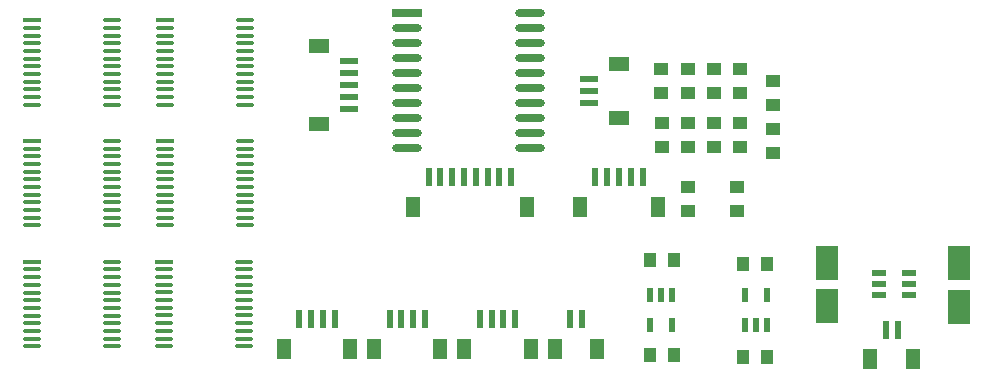
<source format=gtp>
G04 Layer_Color=8421504*
%FSLAX44Y44*%
%MOMM*%
G71*
G01*
G75*
%ADD10R,1.2700X1.0160*%
%ADD11R,1.8500X2.9500*%
%ADD12R,1.2000X0.6000*%
%ADD13R,1.5500X0.6000*%
%ADD14R,1.8000X1.2000*%
%ADD15R,2.5400X0.7112*%
%ADD16O,2.5400X0.7112*%
%ADD17R,1.4823X0.4180*%
%ADD18O,1.4823X0.4180*%
%ADD19R,0.6000X1.5500*%
%ADD20R,1.2000X1.8000*%
%ADD21R,1.0160X1.2700*%
%ADD22R,0.5080X1.2700*%
D10*
X1118531Y1377442D02*
D03*
Y1397762D02*
D03*
X1190752Y1426210D02*
D03*
Y1446530D02*
D03*
X1163320Y1431290D02*
D03*
Y1451610D02*
D03*
X1140714Y1431290D02*
D03*
Y1451610D02*
D03*
X1118531Y1431290D02*
D03*
Y1451610D02*
D03*
X1096772D02*
D03*
Y1431290D02*
D03*
X1190752Y1466850D02*
D03*
Y1487170D02*
D03*
X1163066Y1477518D02*
D03*
Y1497838D02*
D03*
X1140714Y1477518D02*
D03*
Y1497838D02*
D03*
X1118531Y1477518D02*
D03*
Y1497838D02*
D03*
X1096010Y1477518D02*
D03*
Y1497838D02*
D03*
X1160018Y1397762D02*
D03*
Y1377442D02*
D03*
D11*
X1348232Y1296458D02*
D03*
Y1333458D02*
D03*
X1236472Y1296712D02*
D03*
Y1333712D02*
D03*
D12*
X1280868Y1306118D02*
D03*
Y1315618D02*
D03*
Y1325118D02*
D03*
X1305868D02*
D03*
Y1315618D02*
D03*
Y1306118D02*
D03*
D13*
X831576Y1464028D02*
D03*
Y1474028D02*
D03*
Y1484028D02*
D03*
Y1494028D02*
D03*
Y1504028D02*
D03*
X1035200Y1488928D02*
D03*
Y1478928D02*
D03*
Y1468928D02*
D03*
D14*
X806326Y1451028D02*
D03*
Y1517028D02*
D03*
X1060450Y1501928D02*
D03*
Y1455928D02*
D03*
D15*
X880618Y1544828D02*
D03*
D16*
Y1532128D02*
D03*
Y1519428D02*
D03*
Y1506728D02*
D03*
Y1494028D02*
D03*
Y1481328D02*
D03*
Y1468628D02*
D03*
Y1455928D02*
D03*
Y1443228D02*
D03*
Y1430528D02*
D03*
X985218Y1544828D02*
D03*
Y1532128D02*
D03*
Y1519428D02*
D03*
Y1506728D02*
D03*
Y1494028D02*
D03*
Y1481328D02*
D03*
Y1468628D02*
D03*
Y1455928D02*
D03*
Y1443228D02*
D03*
Y1430528D02*
D03*
D17*
X563880Y1538986D02*
D03*
X676437D02*
D03*
X563880Y1436699D02*
D03*
X676437D02*
D03*
X563880Y1334412D02*
D03*
X675530Y1334452D02*
D03*
D18*
X563880Y1532486D02*
D03*
Y1525986D02*
D03*
Y1519486D02*
D03*
Y1512986D02*
D03*
Y1506486D02*
D03*
Y1499986D02*
D03*
Y1493486D02*
D03*
Y1486986D02*
D03*
Y1480486D02*
D03*
Y1473986D02*
D03*
Y1467486D02*
D03*
X631155D02*
D03*
Y1473986D02*
D03*
Y1480486D02*
D03*
Y1486986D02*
D03*
Y1493486D02*
D03*
Y1499986D02*
D03*
Y1506486D02*
D03*
Y1512986D02*
D03*
Y1519486D02*
D03*
Y1525986D02*
D03*
Y1532486D02*
D03*
Y1538986D02*
D03*
X676437Y1532486D02*
D03*
Y1525986D02*
D03*
Y1519486D02*
D03*
Y1512986D02*
D03*
Y1506486D02*
D03*
Y1499986D02*
D03*
Y1493486D02*
D03*
Y1486986D02*
D03*
Y1480486D02*
D03*
Y1473986D02*
D03*
Y1467486D02*
D03*
X743712D02*
D03*
Y1473986D02*
D03*
Y1480486D02*
D03*
Y1486986D02*
D03*
Y1493486D02*
D03*
Y1499986D02*
D03*
Y1506486D02*
D03*
Y1512986D02*
D03*
Y1519486D02*
D03*
Y1525986D02*
D03*
Y1532486D02*
D03*
Y1538986D02*
D03*
X563880Y1430199D02*
D03*
Y1423699D02*
D03*
Y1417199D02*
D03*
Y1410699D02*
D03*
Y1404199D02*
D03*
Y1397699D02*
D03*
Y1391199D02*
D03*
Y1384699D02*
D03*
Y1378199D02*
D03*
Y1371699D02*
D03*
Y1365199D02*
D03*
X631155D02*
D03*
Y1371699D02*
D03*
Y1378199D02*
D03*
Y1384699D02*
D03*
Y1391199D02*
D03*
Y1397699D02*
D03*
Y1404199D02*
D03*
Y1410699D02*
D03*
Y1417199D02*
D03*
Y1423699D02*
D03*
Y1430199D02*
D03*
Y1436699D02*
D03*
X676437Y1430199D02*
D03*
Y1423699D02*
D03*
Y1417199D02*
D03*
Y1410699D02*
D03*
Y1404199D02*
D03*
Y1397699D02*
D03*
Y1391199D02*
D03*
Y1384699D02*
D03*
Y1378199D02*
D03*
Y1371699D02*
D03*
Y1365199D02*
D03*
X743712D02*
D03*
Y1371699D02*
D03*
Y1378199D02*
D03*
Y1384699D02*
D03*
Y1391199D02*
D03*
Y1397699D02*
D03*
Y1404199D02*
D03*
Y1410699D02*
D03*
Y1417199D02*
D03*
Y1423699D02*
D03*
Y1430199D02*
D03*
Y1436699D02*
D03*
X563880Y1327912D02*
D03*
Y1321412D02*
D03*
Y1314912D02*
D03*
Y1308412D02*
D03*
Y1301912D02*
D03*
Y1295412D02*
D03*
Y1288912D02*
D03*
Y1282412D02*
D03*
Y1275912D02*
D03*
Y1269412D02*
D03*
Y1262912D02*
D03*
X631155D02*
D03*
Y1269412D02*
D03*
Y1275912D02*
D03*
Y1282412D02*
D03*
Y1288912D02*
D03*
Y1295412D02*
D03*
Y1301912D02*
D03*
Y1308412D02*
D03*
Y1314912D02*
D03*
Y1321412D02*
D03*
Y1327912D02*
D03*
Y1334412D02*
D03*
X675530Y1327952D02*
D03*
Y1321452D02*
D03*
Y1314952D02*
D03*
Y1308452D02*
D03*
Y1301952D02*
D03*
Y1295452D02*
D03*
Y1288952D02*
D03*
Y1282452D02*
D03*
Y1275952D02*
D03*
Y1269452D02*
D03*
Y1262952D02*
D03*
X742805D02*
D03*
Y1269452D02*
D03*
Y1275952D02*
D03*
Y1282452D02*
D03*
Y1288952D02*
D03*
Y1295452D02*
D03*
Y1301952D02*
D03*
Y1308452D02*
D03*
Y1314952D02*
D03*
Y1321452D02*
D03*
Y1327952D02*
D03*
Y1334452D02*
D03*
D19*
X819866Y1285598D02*
D03*
X809866D02*
D03*
X799866D02*
D03*
X789866D02*
D03*
X896279Y1285718D02*
D03*
X886279D02*
D03*
X876279D02*
D03*
X866279D02*
D03*
X972631D02*
D03*
X962631D02*
D03*
X952631D02*
D03*
X942631D02*
D03*
X1028983D02*
D03*
X1018983D02*
D03*
X1296336Y1277082D02*
D03*
X1286336D02*
D03*
X1080450Y1406114D02*
D03*
X1070450D02*
D03*
X1060450D02*
D03*
X1050450D02*
D03*
X1040450D02*
D03*
X969279D02*
D03*
X959278D02*
D03*
X949278D02*
D03*
X939278D02*
D03*
X929279D02*
D03*
X919279D02*
D03*
X909278D02*
D03*
X899278D02*
D03*
D20*
X832866Y1260348D02*
D03*
X776866D02*
D03*
X909278Y1260468D02*
D03*
X853279D02*
D03*
X985631D02*
D03*
X929631D02*
D03*
X1041983D02*
D03*
X1005983D02*
D03*
X1309336Y1251832D02*
D03*
X1273336D02*
D03*
X1093450Y1380864D02*
D03*
X1027450D02*
D03*
X982279D02*
D03*
X886279D02*
D03*
D21*
X1185926Y1253998D02*
D03*
X1165606D02*
D03*
X1106678Y1255522D02*
D03*
X1086358D02*
D03*
Y1335786D02*
D03*
X1106678D02*
D03*
X1165606Y1332230D02*
D03*
X1185926D02*
D03*
D22*
X1105408Y1280718D02*
D03*
X1096010Y1306118D02*
D03*
X1086358Y1306118D02*
D03*
X1105408D02*
D03*
X1086358Y1280718D02*
D03*
X1166876Y1306118D02*
D03*
X1176274Y1280718D02*
D03*
X1185926Y1280718D02*
D03*
X1166876D02*
D03*
X1185926Y1306118D02*
D03*
M02*

</source>
